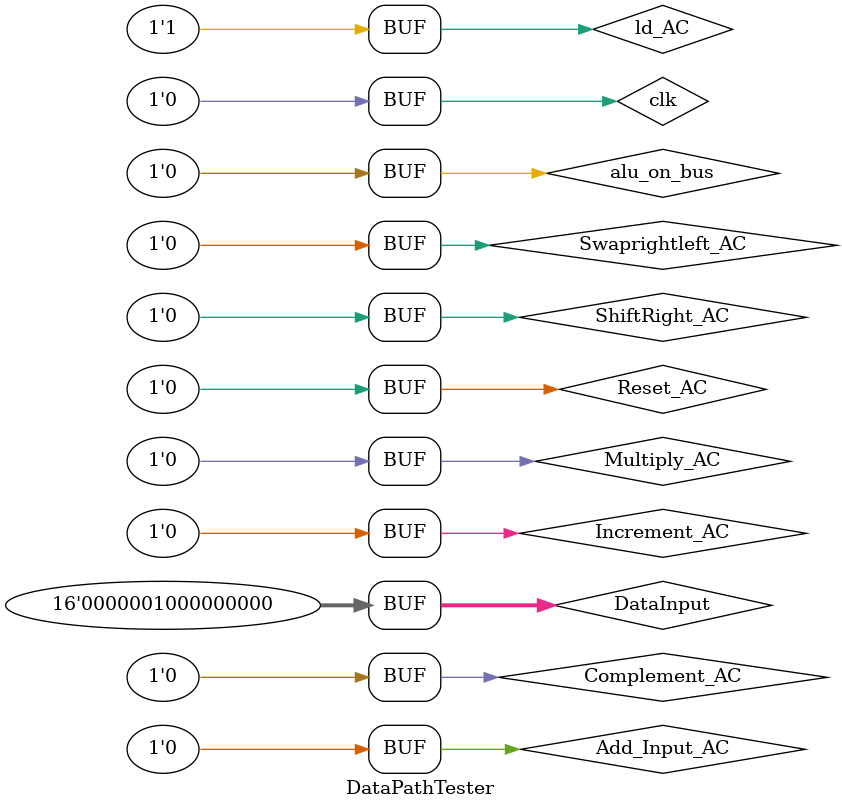
<source format=v>


`timescale 1ns/100ps

module DataPathTester;
  
  reg [15:0]  DataInput;
  reg Reset_AC, ShiftRight_AC, Add_Input_AC, Increment_AC;
  reg Swaprightleft_AC, Complement_AC, Multiply_AC;
  reg alu_on_bus, clk, ld_AC;
  
  wire [15:0] DataOutput;
  
  DataPath dp (DataInput, Reset_AC, ShiftRight_AC, Add_Input_AC, Increment_AC,
               Swaprightleft_AC, Complement_AC, Multiply_AC, alu_on_bus, clk, ld_AC,
               DataOutput);
               
  initial begin
    DataInput = 0; Reset_AC = 0; ShiftRight_AC = 0; Add_Input_AC = 0;
    Increment_AC = 0; Swaprightleft_AC = 0; Complement_AC = 0; Multiply_AC = 0;
    alu_on_bus = 0; clk = 0; ld_AC = 1;
    
  end
  
  initial repeat (18) #25 clk = ~clk;
  
  initial begin
    
    alu_on_bus <= #0  1;
    
    Reset_AC   <= #0  1;
    
    Reset_AC      <= #50 0;
    Increment_AC  <= #50 1; 
    
    Increment_AC     <= #100 0;
    Swaprightleft_AC <= #100 1;
    
    Swaprightleft_AC <= #150 0;
    ShiftRight_AC    <= #150 1;
    
    ShiftRight_AC    <= #200 0;
    DataInput        <= #200 16'b1111000000001111;
    Add_Input_AC     <= #200 1;
    
    Add_Input_AC     <= #250 0;
    Complement_AC    <= #250 1;

    Complement_AC    <= #300 0;
    DataInput        <= #300 16'b0000001000000000;
    Multiply_AC      <= #300 1;
    
    ld_AC            <= #324 0;
    ld_AC            <= #326 1;    

    alu_on_bus       <= #350 0;
    Multiply_AC      <= #350 0;
    
  end       
endmodule
</source>
